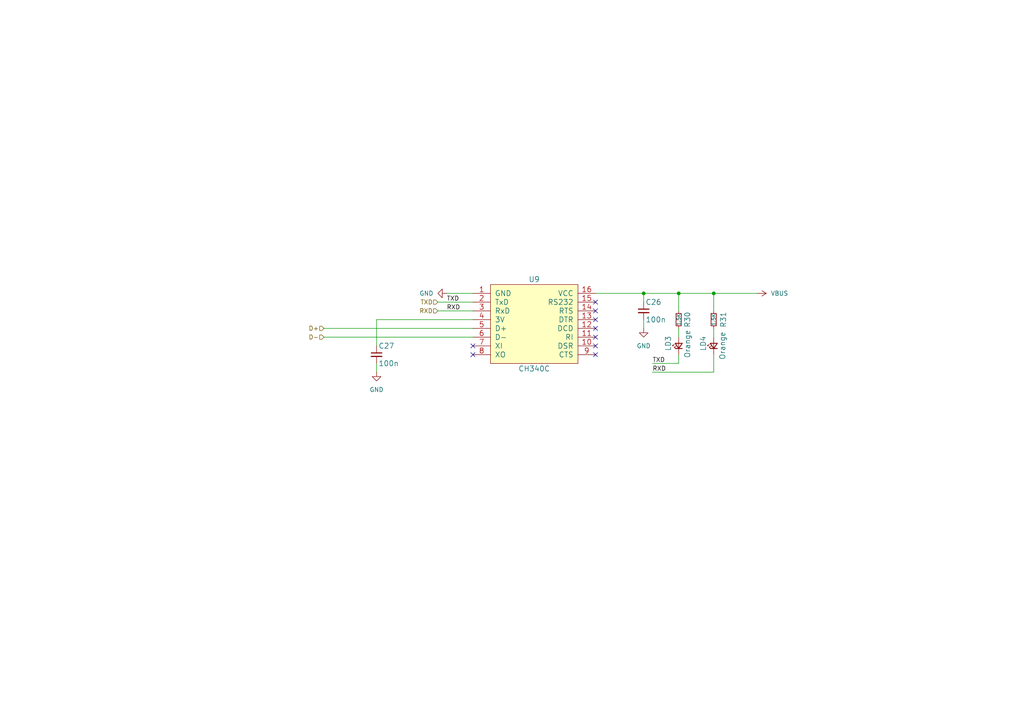
<source format=kicad_sch>
(kicad_sch (version 20250114) (generator "eeschema") (generator_version "9.0")
  (paper "A4")
  (title_block (title "${NAME}") (date "2025-06-22") (rev "${VERSION}") (company "Mikhail Matveev") (comment 1 "https://github.com/xtremespb/frank"))
  (lib_symbols
    (symbol "Device:C_Small" (pin_numbers (hide yes)) (pin_names (offset 0.254) (hide yes))
      (property "Reference" "C" (at 0.254 1.778 0))
      (property "Value" "C_Small" (at 0.254 -2.032 0))
      (symbol "C_Small_0_1"
        (polyline (pts (xy -1.524 0.508) (xy 1.524 0.508)) (stroke (width 0.3048)))
        (polyline (pts (xy -1.524 -0.508) (xy 1.524 -0.508)) (stroke (width 0.3302)))
      )
      (symbol "C_Small_1_1"
        (pin passive line (at 0 2.54 270) (length 2.032) (name "~") (number "1"))
        (pin passive line (at 0 -2.54 90) (length 2.032) (name "~") (number "2"))
      )
    )
    (symbol "Device:LED_Small" (pin_numbers (hide yes)) (pin_names (offset 0.254) (hide yes))
      (property "Reference" "D" (at -1.27 3.175 0))
      (property "Value" "LED_Small" (at -4.445 -2.54 0))
      (symbol "LED_Small_0_1"
        (polyline (pts (xy -0.762 -1.016) (xy -0.762 1.016)) (stroke (width 0.254)))
        (polyline (pts (xy 0 0.762) (xy -0.508 1.27) (xy -0.254 1.27) (xy -0.508 1.27) (xy -0.508 1.016)))
        (polyline (pts (xy 0.508 1.27) (xy 0 1.778) (xy 0.254 1.778) (xy 0 1.778) (xy 0 1.524)))
        (polyline (pts (xy 0.762 -1.016) (xy -0.762 0) (xy 0.762 1.016) (xy 0.762 -1.016)) (stroke (width 0.254)))
        (polyline (pts (xy 1.016 0) (xy -0.762 0)))
      )
      (symbol "LED_Small_1_1"
        (pin passive line (at -2.54 0 0) (length 1.778) (name "K") (number "1"))
        (pin passive line (at 2.54 0 180) (length 1.778) (name "A") (number "2"))
      )
    )
    (symbol "Device:R_Small" (pin_numbers (hide yes)) (pin_names (offset 0.254) (hide yes))
      (property "Reference" "R" (at 0.762 0.508 0))
      (property "Value" "R_Small" (at 0.762 -1.016 0))
      (symbol "R_Small_0_1"
        (rectangle (start -0.762 1.778) (end 0.762 -1.778) (stroke (width 0.2032)))
      )
      (symbol "R_Small_1_1"
        (pin passive line (at 0 2.54 270) (length 0.762) (name "~") (number "1"))
        (pin passive line (at 0 -2.54 90) (length 0.762) (name "~") (number "2"))
      )
    )
    (symbol "FRANK:CH340G" (pin_names (offset 1.27))
      (property "Reference" "U9" (at 0 14.224 0))
      (property "Value" "CH340C" (at 0 -11.684 0))
      (symbol "CH340G_1_1"
        (rectangle (start -12.7 -10.16) (end 12.7 12.7) (fill (type background)))
        (pin power_in line (at -17.78 10.16 0) (length 5.08) (name "GND") (number "1"))
        (pin output line (at -17.78 7.62 0) (length 5.08) (name "TxD") (number "2"))
        (pin input line (at -17.78 5.08 0) (length 5.08) (name "RxD") (number "3"))
        (pin power_out line (at -17.78 2.54 0) (length 5.08) (name "3V") (number "4"))
        (pin bidirectional line (at -17.78 0 0) (length 5.08) (name "D+") (number "5"))
        (pin bidirectional line (at -17.78 -2.54 0) (length 5.08) (name "D-") (number "6"))
        (pin input line (at -17.78 -5.08 0) (length 5.08) (name "XI") (number "7"))
        (pin output line (at -17.78 -7.62 0) (length 5.08) (name "XO") (number "8"))
        (pin power_in line (at 17.78 10.16 180) (length 5.08) (name "VCC") (number "16"))
        (pin input line (at 17.78 7.62 180) (length 5.08) (name "RS232") (number "15"))
        (pin output line (at 17.78 5.08 180) (length 5.08) (name "RTS") (number "14"))
        (pin output line (at 17.78 2.54 180) (length 5.08) (name "DTR") (number "13"))
        (pin input line (at 17.78 0 180) (length 5.08) (name "DCD") (number "12"))
        (pin input line (at 17.78 -2.54 180) (length 5.08) (name "RI") (number "11"))
        (pin input line (at 17.78 -5.08 180) (length 5.08) (name "DSR") (number "10"))
        (pin input line (at 17.78 -7.62 180) (length 5.08) (name "CTS") (number "9"))
      )
    )
    (symbol "power:GND" (power) (pin_numbers (hide yes)) (pin_names (offset 0) (hide yes))
      (property "Value" "GND" (at 0 -3.81 0))
      (symbol "GND_0_1"
        (polyline (pts (xy 0 0) (xy 0 -1.27) (xy 1.27 -1.27) (xy 0 -2.54) (xy -1.27 -1.27) (xy 0 -1.27)))
      )
      (symbol "GND_1_1"
        (pin power_in line (at 0 0 270) (length 0) (name "~") (number "1"))
      )
    )
    (symbol "power:VBUS" (power) (pin_numbers (hide yes)) (pin_names (offset 0) (hide yes))
      (property "Value" "VBUS" (at 0 3.556 0))
      (symbol "VBUS_0_1"
        (polyline (pts (xy -0.762 1.27) (xy 0 2.54)))
        (polyline (pts (xy 0 2.54) (xy 0.762 1.27)))
        (polyline (pts (xy 0 0) (xy 0 2.54)))
      )
      (symbol "VBUS_1_1"
        (pin power_in line (at 0 0 90) (length 0) (name "~") (number "1"))
      )
    )
  )
  (junction (at 186.69 85.09))
  (junction (at 196.85 85.09))
  (junction (at 207.01 85.09))
  (no_connect (at 172.72 90.17))
  (no_connect (at 172.72 100.33))
  (no_connect (at 172.72 97.79))
  (no_connect (at 137.16 102.87))
  (no_connect (at 172.72 102.87))
  (no_connect (at 172.72 92.71))
  (no_connect (at 172.72 87.63))
  (no_connect (at 172.72 95.25))
  (no_connect (at 137.16 100.33))
  (wire (pts (xy 186.69 85.09) (xy 196.85 85.09)))
  (wire (pts (xy 186.69 87.63) (xy 186.69 85.09)))
  (wire (pts (xy 109.22 92.71) (xy 137.16 92.71)))
  (wire (pts (xy 186.69 92.71) (xy 186.69 95.25)))
  (wire (pts (xy 93.98 95.25) (xy 137.16 95.25)))
  (wire (pts (xy 207.01 85.09) (xy 219.71 85.09)))
  (wire (pts (xy 172.72 85.09) (xy 186.69 85.09)))
  (wire (pts (xy 109.22 107.95) (xy 109.22 105.41)))
  (wire (pts (xy 196.85 85.09) (xy 207.01 85.09)))
  (wire (pts (xy 207.01 102.87) (xy 207.01 107.95)))
  (wire (pts (xy 196.85 95.25) (xy 196.85 97.79)))
  (wire (pts (xy 93.98 97.79) (xy 137.16 97.79)))
  (wire (pts (xy 189.23 105.41) (xy 196.85 105.41)))
  (wire (pts (xy 137.16 87.63) (xy 127 87.63)))
  (wire (pts (xy 109.22 92.71) (xy 109.22 100.33)))
  (wire (pts (xy 189.23 107.95) (xy 207.01 107.95)))
  (wire (pts (xy 207.01 95.25) (xy 207.01 97.79)))
  (wire (pts (xy 137.16 90.17) (xy 127 90.17)))
  (wire (pts (xy 129.54 85.09) (xy 137.16 85.09)))
  (wire (pts (xy 196.85 85.09) (xy 196.85 90.17)))
  (wire (pts (xy 207.01 85.09) (xy 207.01 90.17)))
  (wire (pts (xy 196.85 102.87) (xy 196.85 105.41)))
  (label "RXD" (at 189.23 107.95 0))
  (label "TXD" (at 129.54 87.63 0))
  (label "TXD" (at 189.23 105.41 0))
  (label "RXD" (at 129.54 90.17 0))
  (hierarchical_label "TXD" (shape input) (at 127 87.63 180))
  (hierarchical_label "D-" (shape input) (at 93.98 97.79 180))
  (hierarchical_label "RXD" (shape input) (at 127 90.17 180))
  (hierarchical_label "D+" (shape input) (at 93.98 95.25 180))
  (symbol (lib_id "Device:LED_Small") (at 196.85 100.33 90) (unit 1)
    (property "Reference" "LD3" (at 193.802 101.854 0) (effects (font (size 1.524 1.524)) (justify left)))
    (property "Value" "Orange" (at 199.39 103.886 0) (effects (font (size 1.524 1.524)) (justify left)))
    (property "Footprint" "FRANK:LED (0805)" (effects (hide yes)))
    (property "Datasheet" "https://www.farnell.com/datasheets/1760130.pdf" (effects (hide yes)))
    (property "Description" "Light emitting diode, small symbol" (effects (hide yes)))
    (property "Sim.Pin" "1=K 2=A" (effects (hide yes)))
    (property "AliExpress" "https://www.aliexpress.com/item/1005007252088951.html" (effects (hide yes)))
  )
  (symbol (lib_id "power:GND") (at 109.22 107.95 0) (unit 1)
    (property "Reference" "#PWR068" (effects (hide yes)))
    (property "Value" "GND" (at 109.22 113.03 0))
    (property "Description" "Power symbol creates a global label with name \"GND\" , ground" (effects (hide yes)))
  )
  (symbol (lib_id "FRANK:CH340G") (at 154.94 95.25 0) (unit 1)
    (property "Reference" "U9" (at 154.94 81.026 0) (effects (font (size 1.524 1.524))))
    (property "Value" "CH340C" (at 154.94 106.934 0) (effects (font (size 1.524 1.524))))
    (property "Footprint" "FRANK:SOP-16" (effects (hide yes)))
    (property "Datasheet" "https://www.mpja.com/download/35227cpdata.pdf" (effects (hide yes)))
    (property "AliExpress" "https://vi.aliexpress.com/item/1005006746838697.html" (effects (hide yes)))
  )
  (symbol (lib_id "Device:R_Small") (at 207.01 92.71 0) (unit 1)
    (property "Reference" "R31" (at 209.804 92.71 90) (effects (font (size 1.524 1.524))))
    (property "Value" "1.5K" (at 207.01 92.71 90) (effects (font (size 1.016 1.016))))
    (property "Footprint" "FRANK:Resistor (0805)" (effects (hide yes)))
    (property "Datasheet" "https://www.vishay.com/docs/28952/mcs0402at-mct0603at-mcu0805at-mca1206at.pdf" (effects (hide yes)))
    (property "Description" "Resistor, small symbol" (effects (hide yes)))
    (property "AliExpress" "https://www.aliexpress.com/item/1005005945735199.html" (effects (hide yes)))
  )
  (symbol (lib_id "Device:C_Small") (at 109.22 102.87 0) (unit 1)
    (property "Reference" "C27" (at 109.728 100.33 0) (effects (font (size 1.524 1.524)) (justify left)))
    (property "Value" "100n" (at 109.728 105.41 0) (effects (font (size 1.524 1.524)) (justify left)))
    (property "Footprint" "FRANK:Capacitor (0805)" (effects (hide yes)))
    (property "Datasheet" "https://eu.mouser.com/datasheet/2/40/KGM_X7R-3223212.pdf" (effects (hide yes)))
    (property "Description" "Unpolarized capacitor, small symbol" (effects (hide yes)))
    (property "AliExpress" "https://www.aliexpress.com/item/33008008276.html" (effects (hide yes)))
  )
  (symbol (lib_id "power:VBUS") (at 219.71 85.09 270) (unit 1)
    (property "Reference" "#PWR066" (effects (hide yes)))
    (property "Value" "VBUS" (at 223.52 85.0899 90) (effects (justify left)))
    (property "Description" "Power symbol creates a global label with name \"VBUS\"" (effects (hide yes)))
  )
  (symbol (lib_id "Device:R_Small") (at 196.85 92.71 180) (unit 1)
    (property "Reference" "R30" (at 199.39 92.71 90) (effects (font (size 1.524 1.524))))
    (property "Value" "1.5K" (at 196.85 92.71 90) (effects (font (size 1.016 1.016))))
    (property "Footprint" "FRANK:Resistor (0805)" (effects (hide yes)))
    (property "Datasheet" "https://www.vishay.com/docs/28952/mcs0402at-mct0603at-mcu0805at-mca1206at.pdf" (effects (hide yes)))
    (property "Description" "Resistor, small symbol" (effects (hide yes)))
    (property "AliExpress" "https://www.aliexpress.com/item/1005005945735199.html" (effects (hide yes)))
  )
  (symbol (lib_id "power:GND") (at 129.54 85.09 270) (unit 1)
    (property "Reference" "#PWR065" (effects (hide yes)))
    (property "Value" "GND" (at 125.73 85.0899 90) (effects (justify right)))
    (property "Description" "Power symbol creates a global label with name \"GND\" , ground" (effects (hide yes)))
  )
  (symbol (lib_id "power:GND") (at 186.69 95.25 0) (unit 1)
    (property "Reference" "#PWR067" (effects (hide yes)))
    (property "Value" "GND" (at 186.69 100.33 0))
    (property "Description" "Power symbol creates a global label with name \"GND\" , ground" (effects (hide yes)))
  )
  (symbol (lib_id "Device:LED_Small") (at 207.01 100.33 90) (unit 1)
    (property "Reference" "LD4" (at 203.962 101.854 0) (effects (font (size 1.524 1.524)) (justify left)))
    (property "Value" "Orange" (at 209.55 104.394 0) (effects (font (size 1.524 1.524)) (justify left)))
    (property "Footprint" "FRANK:LED (0805)" (effects (hide yes)))
    (property "Datasheet" "https://www.farnell.com/datasheets/1760130.pdf" (effects (hide yes)))
    (property "Description" "Light emitting diode, small symbol" (effects (hide yes)))
    (property "Sim.Pin" "1=K 2=A" (effects (hide yes)))
    (property "AliExpress" "https://www.aliexpress.com/item/1005007252088951.html" (effects (hide yes)))
  )
  (symbol (lib_id "Device:C_Small") (at 186.69 90.17 0) (unit 1)
    (property "Reference" "C26" (at 187.198 87.63 0) (effects (font (size 1.524 1.524)) (justify left)))
    (property "Value" "100n" (at 187.198 92.71 0) (effects (font (size 1.524 1.524)) (justify left)))
    (property "Footprint" "FRANK:Capacitor (0805)" (effects (hide yes)))
    (property "Datasheet" "https://eu.mouser.com/datasheet/2/40/KGM_X7R-3223212.pdf" (effects (hide yes)))
    (property "Description" "Unpolarized capacitor, small symbol" (effects (hide yes)))
    (property "AliExpress" "https://www.aliexpress.com/item/33008008276.html" (effects (hide yes)))
  )
)
</source>
